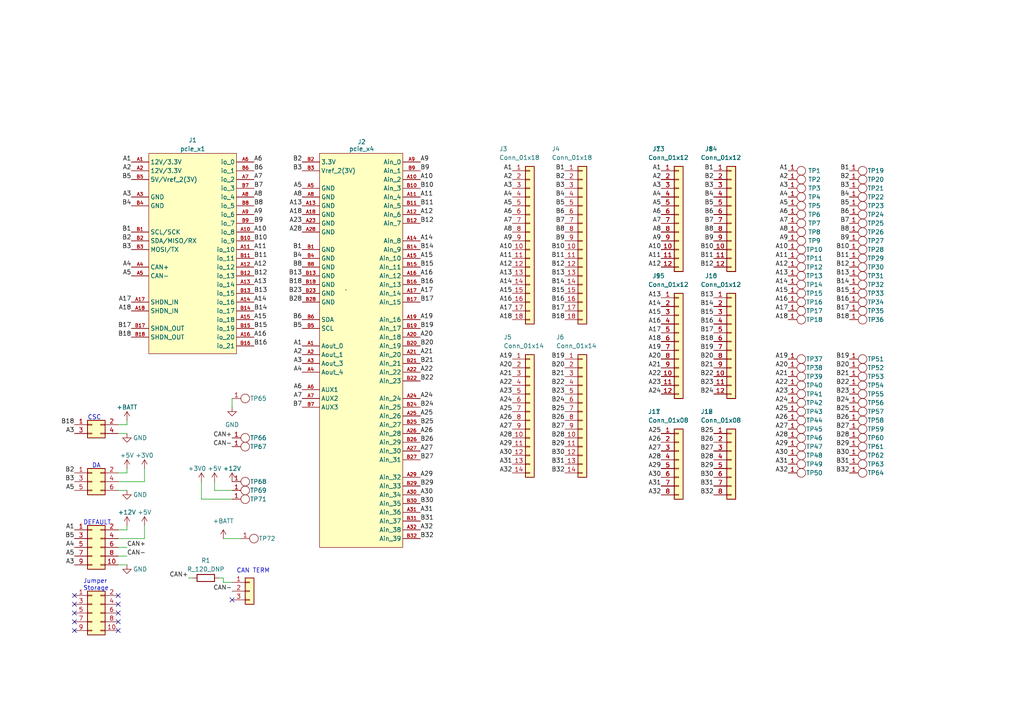
<source format=kicad_sch>
(kicad_sch (version 20230121) (generator eeschema)
  (paper "A4")
  (no_connect (at 21.59 180.34))
  (no_connect (at 21.59 182.88))
  (no_connect (at 34.29 175.26))
  (no_connect (at 34.29 177.8))
  (no_connect (at 21.59 175.26))
  (no_connect (at 21.59 177.8))
  (no_connect (at 34.29 182.88))
  (no_connect (at 67.31 173.99))
  (no_connect (at 34.29 172.72))
  (no_connect (at 34.29 180.34))
  (no_connect (at 21.59 172.72))
  (wire (pts (xy 36.83 158.75) (xy 34.29 158.75)))
  (wire (pts (xy 64.77 167.64) (xy 63.5 167.64)))
  (wire (pts (xy 36.83 153.67) (xy 36.83 152.4)))
  (wire (pts (xy 64.77 168.91) (xy 67.31 168.91)))
  (wire (pts (xy 41.91 156.21) (xy 41.91 152.4)))
  (wire (pts (xy 36.83 161.29) (xy 34.29 161.29)))
  (wire (pts (xy 34.29 139.7) (xy 41.91 139.7)))
  (wire (pts (xy 58.42 139.7) (xy 58.42 144.78)))
  (wire (pts (xy 41.91 139.7) (xy 41.91 135.89)))
  (wire (pts (xy 34.29 156.21) (xy 41.91 156.21)))
  (wire (pts (xy 55.88 167.64) (xy 54.61 167.64)))
  (wire (pts (xy 58.42 144.78) (xy 67.31 144.78)))
  (wire (pts (xy 34.29 163.83) (xy 36.83 163.83)))
  (wire (pts (xy 64.77 167.64) (xy 64.77 168.91)))
  (wire (pts (xy 34.29 123.19) (xy 36.83 123.19)))
  (wire (pts (xy 64.77 156.21) (xy 69.85 156.21)))
  (wire (pts (xy 36.83 123.19) (xy 36.83 121.92)))
  (wire (pts (xy 34.29 125.73) (xy 36.83 125.73)))
  (wire (pts (xy 36.83 137.16) (xy 36.83 135.89)))
  (wire (pts (xy 34.29 153.67) (xy 36.83 153.67)))
  (wire (pts (xy 34.29 142.24) (xy 36.83 142.24)))
  (wire (pts (xy 67.31 115.57) (xy 67.31 118.11)))
  (wire (pts (xy 62.23 142.24) (xy 67.31 142.24)))
  (wire (pts (xy 62.23 139.7) (xy 62.23 142.24)))
  (wire (pts (xy 34.29 137.16) (xy 36.83 137.16)))
  (text "CAN TERM" (at 68.58 166.37 0) (effects (font (size 1.27 1.27)) (justify left bottom)))
  (text "Jumper\nStorage" (at 24.13 171.45 0) (effects (font (size 1.27 1.27)) (justify left bottom)))
  (text "DEFAULT" (at 24.13 152.4 0) (effects (font (size 1.27 1.27)) (justify left bottom)))
  (text "CSC" (at 25.4 121.92 0) (effects (font (size 1.27 1.27)) (justify left bottom)))
  (text "DA" (at 26.67 135.89 0) (effects (font (size 1.27 1.27)) (justify left bottom)))
  (label "B3" (at 38.1 72.39 180))
  (label "A22" (at 228.6 111.76 180))
  (label "B6" (at 246.38 62.23 180))
  (label "A24" (at 191.77 114.3 180))
  (label "B27" (at 163.83 124.46 180))
  (label "A32" (at 191.77 143.51 180))
  (label "A25" (at 148.59 119.38 180))
  (label "A12" (at 73.66 77.47 0))
  (label "B10" (at 73.66 69.85 0))
  (label "A7" (at 73.66 52.07 0))
  (label "B21" (at 207.01 106.68 180))
  (label "A26" (at 148.59 121.92 180))
  (label "B7" (at 163.83 64.77 180))
  (label "B12" (at 246.38 77.47 180))
  (label "A13" (at 148.59 80.01 180))
  (label "B12" (at 121.92 64.77 0))
  (label "B30" (at 163.83 132.08 180))
  (label "B15" (at 73.66 95.25 0))
  (label "A11" (at 148.59 74.93 180))
  (label "A4" (at 228.6 57.15 180))
  (label "A13" (at 73.66 82.55 0))
  (label "CAN+" (at 54.61 167.64 180))
  (label "B5" (at 207.01 59.69 180))
  (label "A11" (at 228.6 74.93 180))
  (label "CAN-" (at 67.31 171.45 180))
  (label "B11" (at 163.83 74.93 180))
  (label "B6" (at 163.83 62.23 180))
  (label "A10" (at 121.92 52.07 0))
  (label "B13" (at 87.63 80.01 180))
  (label "CAN+" (at 36.83 158.75 0))
  (label "B32" (at 121.92 156.21 0))
  (label "A31" (at 148.59 134.62 180))
  (label "A22" (at 148.59 111.76 180))
  (label "B22" (at 121.92 110.49 0))
  (label "A16" (at 148.59 87.63 180))
  (label "A17" (at 38.1 87.63 180))
  (label "A4" (at 87.63 107.95 180))
  (label "B32" (at 207.01 143.51 180))
  (label "A7" (at 191.77 64.77 180))
  (label "B26" (at 207.01 128.27 180))
  (label "A11" (at 191.77 74.93 180))
  (label "B23" (at 207.01 111.76 180))
  (label "A3" (at 21.59 163.83 180))
  (label "A27" (at 228.6 124.46 180))
  (label "A7" (at 148.59 64.77 180))
  (label "A20" (at 121.92 97.79 0))
  (label "B16" (at 207.01 93.98 180))
  (label "B26" (at 121.92 128.27 0))
  (label "B12" (at 73.66 80.01 0))
  (label "A18" (at 148.59 92.71 180))
  (label "A1" (at 38.1 46.99 180))
  (label "B2" (at 87.63 46.99 180))
  (label "B7" (at 246.38 64.77 180))
  (label "A5" (at 148.59 59.69 180))
  (label "B18" (at 38.1 97.79 180))
  (label "B16" (at 163.83 87.63 180))
  (label "B29" (at 246.38 129.54 180))
  (label "A30" (at 148.59 132.08 180))
  (label "A23" (at 148.59 114.3 180))
  (label "A19" (at 121.92 92.71 0))
  (label "A3" (at 228.6 54.61 180))
  (label "B15" (at 207.01 91.44 180))
  (label "A9" (at 121.92 46.99 0))
  (label "B2" (at 21.59 137.16 180))
  (label "A11" (at 73.66 72.39 0))
  (label "A28" (at 148.59 127 180))
  (label "A25" (at 121.92 120.65 0))
  (label "A6" (at 87.63 113.03 180))
  (label "A24" (at 121.92 115.57 0))
  (label "B28" (at 246.38 127 180))
  (label "B20" (at 163.83 106.68 180))
  (label "B9" (at 73.66 64.77 0))
  (label "B1" (at 207.01 49.53 180))
  (label "B17" (at 207.01 96.52 180))
  (label "B1" (at 38.1 67.31 180))
  (label "A22" (at 121.92 107.95 0))
  (label "A7" (at 228.6 64.77 180))
  (label "A5" (at 38.1 80.01 180))
  (label "B12" (at 207.01 77.47 180))
  (label "A18" (at 191.77 99.06 180))
  (label "B10" (at 246.38 72.39 180))
  (label "B1" (at 246.38 49.53 180))
  (label "A8" (at 73.66 57.15 0))
  (label "B11" (at 121.92 59.69 0))
  (label "B14" (at 207.01 88.9 180))
  (label "A19" (at 148.59 104.14 180))
  (label "A26" (at 121.92 125.73 0))
  (label "B15" (at 121.92 77.47 0))
  (label "A9" (at 148.59 69.85 180))
  (label "B8" (at 73.66 59.69 0))
  (label "A13" (at 191.77 86.36 180))
  (label "A16" (at 191.77 93.98 180))
  (label "A2" (at 87.63 102.87 180))
  (label "A15" (at 73.66 92.71 0))
  (label "B25" (at 246.38 119.38 180))
  (label "B14" (at 121.92 72.39 0))
  (label "B17" (at 163.83 90.17 180))
  (label "B29" (at 163.83 129.54 180))
  (label "A22" (at 191.77 109.22 180))
  (label "B1" (at 163.83 49.53 180))
  (label "B4" (at 163.83 57.15 180))
  (label "A31" (at 228.6 134.62 180))
  (label "A23" (at 228.6 114.3 180))
  (label "A28" (at 87.63 67.31 180))
  (label "B3" (at 21.59 139.7 180))
  (label "A25" (at 191.77 125.73 180))
  (label "B4" (at 246.38 57.15 180))
  (label "B14" (at 73.66 90.17 0))
  (label "CAN-" (at 67.31 129.54 180))
  (label "A28" (at 191.77 133.35 180))
  (label "A26" (at 228.6 121.92 180))
  (label "B13" (at 163.83 80.01 180))
  (label "A17" (at 148.59 90.17 180))
  (label "B11" (at 246.38 74.93 180))
  (label "B7" (at 87.63 118.11 180))
  (label "A10" (at 148.59 72.39 180))
  (label "A15" (at 228.6 85.09 180))
  (label "A26" (at 191.77 128.27 180))
  (label "A32" (at 148.59 137.16 180))
  (label "B26" (at 246.38 121.92 180))
  (label "B5" (at 38.1 52.07 180))
  (label "A1" (at 228.6 49.53 180))
  (label "CAN-" (at 36.83 161.29 0))
  (label "A27" (at 121.92 130.81 0))
  (label "A14" (at 148.59 82.55 180))
  (label "A8" (at 87.63 57.15 180))
  (label "A23" (at 87.63 64.77 180))
  (label "B3" (at 246.38 54.61 180))
  (label "A25" (at 228.6 119.38 180))
  (label "B11" (at 73.66 74.93 0))
  (label "B29" (at 207.01 135.89 180))
  (label "A3" (at 87.63 105.41 180))
  (label "B27" (at 121.92 133.35 0))
  (label "A30" (at 121.92 143.51 0))
  (label "B6" (at 207.01 62.23 180))
  (label "A10" (at 228.6 72.39 180))
  (label "A12" (at 121.92 62.23 0))
  (label "A31" (at 121.92 148.59 0))
  (label "B13" (at 246.38 80.01 180))
  (label "B26" (at 163.83 121.92 180))
  (label "A24" (at 148.59 116.84 180))
  (label "B17" (at 38.1 95.25 180))
  (label "A4" (at 21.59 158.75 180))
  (label "B20" (at 207.01 104.14 180))
  (label "A28" (at 228.6 127 180))
  (label "B30" (at 121.92 146.05 0))
  (label "B4" (at 207.01 57.15 180))
  (label "A4" (at 38.1 77.47 180))
  (label "B7" (at 207.01 64.77 180))
  (label "B24" (at 207.01 114.3 180))
  (label "A24" (at 228.6 116.84 180))
  (label "B30" (at 246.38 132.08 180))
  (label "B13" (at 207.01 86.36 180))
  (label "A12" (at 228.6 77.47 180))
  (label "B10" (at 121.92 54.61 0))
  (label "A15" (at 148.59 85.09 180))
  (label "A14" (at 121.92 69.85 0))
  (label "A16" (at 121.92 80.01 0))
  (label "B25" (at 163.83 119.38 180))
  (label "A21" (at 228.6 109.22 180))
  (label "B23" (at 87.63 85.09 180))
  (label "A5" (at 21.59 142.24 180))
  (label "A18" (at 87.63 62.23 180))
  (label "B9" (at 121.92 49.53 0))
  (label "B27" (at 207.01 130.81 180))
  (label "A9" (at 228.6 69.85 180))
  (label "B31" (at 121.92 151.13 0))
  (label "A6" (at 73.66 46.99 0))
  (label "A11" (at 121.92 57.15 0))
  (label "B27" (at 246.38 124.46 180))
  (label "B19" (at 121.92 95.25 0))
  (label "B30" (at 207.01 138.43 180))
  (label "B28" (at 163.83 127 180))
  (label "B32" (at 246.38 137.16 180))
  (label "B31" (at 246.38 134.62 180))
  (label "A17" (at 191.77 96.52 180))
  (label "B20" (at 246.38 106.68 180))
  (label "B10" (at 207.01 72.39 180))
  (label "B22" (at 246.38 111.76 180))
  (label "A9" (at 191.77 69.85 180))
  (label "B9" (at 207.01 69.85 180))
  (label "A6" (at 191.77 62.23 180))
  (label "B17" (at 121.92 87.63 0))
  (label "B24" (at 121.92 118.11 0))
  (label "B6" (at 87.63 92.71 180))
  (label "A15" (at 121.92 74.93 0))
  (label "A20" (at 228.6 106.68 180))
  (label "A8" (at 148.59 67.31 180))
  (label "B29" (at 121.92 140.97 0))
  (label "B18" (at 87.63 82.55 180))
  (label "B8" (at 163.83 67.31 180))
  (label "A2" (at 148.59 52.07 180))
  (label "A1" (at 21.59 153.67 180))
  (label "B3" (at 87.63 49.53 180))
  (label "B12" (at 163.83 77.47 180))
  (label "A8" (at 228.6 67.31 180))
  (label "B3" (at 207.01 54.61 180))
  (label "A1" (at 148.59 49.53 180))
  (label "B18" (at 207.01 99.06 180))
  (label "A7" (at 87.63 115.57 180))
  (label "A5" (at 21.59 161.29 180))
  (label "A16" (at 73.66 97.79 0))
  (label "A27" (at 148.59 124.46 180))
  (label "A10" (at 191.77 72.39 180))
  (label "B21" (at 246.38 109.22 180))
  (label "B16" (at 246.38 87.63 180))
  (label "A2" (at 228.6 52.07 180))
  (label "B4" (at 87.63 74.93 180))
  (label "B5" (at 21.59 156.21 180))
  (label "A10" (at 73.66 67.31 0))
  (label "A2" (at 191.77 52.07 180))
  (label "B16" (at 73.66 100.33 0))
  (label "B22" (at 163.83 111.76 180))
  (label "CAN+" (at 67.31 127 180))
  (label "B23" (at 246.38 114.3 180))
  (label "A1" (at 87.63 100.33 180))
  (label "A17" (at 228.6 90.17 180))
  (label "B5" (at 87.63 95.25 180))
  (label "A23" (at 191.77 111.76 180))
  (label "B16" (at 121.92 82.55 0))
  (label "A14" (at 228.6 82.55 180))
  (label "A19" (at 228.6 104.14 180))
  (label "B15" (at 163.83 85.09 180))
  (label "A3" (at 148.59 54.61 180))
  (label "A16" (at 228.6 87.63 180))
  (label "B28" (at 87.63 87.63 180))
  (label "B18" (at 246.38 92.71 180))
  (label "A18" (at 228.6 92.71 180))
  (label "A12" (at 148.59 77.47 180))
  (label "A14" (at 73.66 87.63 0))
  (label "B8" (at 246.38 67.31 180))
  (label "B10" (at 163.83 72.39 180))
  (label "B11" (at 207.01 74.93 180))
  (label "A8" (at 191.77 67.31 180))
  (label "A20" (at 191.77 104.14 180))
  (label "B2" (at 38.1 69.85 180))
  (label "B14" (at 246.38 82.55 180))
  (label "A6" (at 148.59 62.23 180))
  (label "A17" (at 121.92 85.09 0))
  (label "B7" (at 73.66 54.61 0))
  (label "B31" (at 163.83 134.62 180))
  (label "B21" (at 163.83 109.22 180))
  (label "B24" (at 163.83 116.84 180))
  (label "B8" (at 207.01 67.31 180))
  (label "B18" (at 163.83 92.71 180))
  (label "A5" (at 191.77 59.69 180))
  (label "B15" (at 246.38 85.09 180))
  (label "A6" (at 228.6 62.23 180))
  (label "B2" (at 163.83 52.07 180))
  (label "B17" (at 246.38 90.17 180))
  (label "A29" (at 121.92 138.43 0))
  (label "A14" (at 191.77 88.9 180))
  (label "B5" (at 163.83 59.69 180))
  (label "B21" (at 121.92 105.41 0))
  (label "A1" (at 191.77 49.53 180))
  (label "B18" (at 21.59 123.19 180))
  (label "A21" (at 191.77 106.68 180))
  (label "A15" (at 191.77 91.44 180))
  (label "B1" (at 87.63 72.39 180))
  (label "B31" (at 207.01 140.97 180))
  (label "A29" (at 228.6 129.54 180))
  (label "A4" (at 191.77 57.15 180))
  (label "A3" (at 21.59 125.73 180))
  (label "B20" (at 121.92 100.33 0))
  (label "B13" (at 73.66 85.09 0))
  (label "B25" (at 121.92 123.19 0))
  (label "B2" (at 207.01 52.07 180))
  (label "B32" (at 163.83 137.16 180))
  (label "B5" (at 246.38 59.69 180))
  (label "A18" (at 38.1 90.17 180))
  (label "B8" (at 87.63 77.47 180))
  (label "A3" (at 38.1 57.15 180))
  (label "A31" (at 191.77 140.97 180))
  (label "B19" (at 207.01 101.6 180))
  (label "A21" (at 121.92 102.87 0))
  (label "A12" (at 191.77 77.47 180))
  (label "A21" (at 148.59 109.22 180))
  (label "A20" (at 148.59 106.68 180))
  (label "B9" (at 246.38 69.85 180))
  (label "A29" (at 191.77 135.89 180))
  (label "B19" (at 163.83 104.14 180))
  (label "A13" (at 87.63 59.69 180))
  (label "A32" (at 121.92 153.67 0))
  (label "B3" (at 163.83 54.61 180))
  (label "A9" (at 73.66 62.23 0))
  (label "B9" (at 163.83 69.85 180))
  (label "A4" (at 148.59 57.15 180))
  (label "B4" (at 38.1 59.69 180))
  (label "A30" (at 191.77 138.43 180))
  (label "A27" (at 191.77 130.81 180))
  (label "A30" (at 228.6 132.08 180))
  (label "B28" (at 207.01 133.35 180))
  (label "A3" (at 191.77 54.61 180))
  (label "B14" (at 163.83 82.55 180))
  (label "A29" (at 148.59 129.54 180))
  (label "B19" (at 246.38 104.14 180))
  (label "A2" (at 38.1 49.53 180))
  (label "A32" (at 228.6 137.16 180))
  (label "A5" (at 228.6 59.69 180))
  (label "B25" (at 207.01 125.73 180))
  (label "B24" (at 246.38 116.84 180))
  (label "B6" (at 73.66 49.53 0))
  (label "A19" (at 191.77 101.6 180))
  (label "A5" (at 87.63 54.61 180))
  (label "A13" (at 228.6 80.01 180))
  (label "B2" (at 246.38 52.07 180))
  (label "B23" (at 163.83 114.3 180))
  (label "B22" (at 207.01 109.22 180))
  (symbol (lib_id "formula:Test_Point_SMD") (at 68.58 142.24 270) (unit 1)
    (property "Reference" "TP69" (at 74.93 142.24 90))
    (property "Value" "Test_Point_SMD" (effects hide))
    (property "Footprint" "footprints:Test_Point_SMD" (effects hide))
  )
  (symbol (lib_id "formula:Test_Point_SMD") (at 229.87 137.16 270) (unit 1)
    (property "Reference" "TP50" (at 236.22 137.16 90))
    (property "Value" "Test_Point_SMD" (effects hide))
    (property "Footprint" "footprints:Test_Point_SMD" (effects hide))
  )
  (symbol (lib_id "formula:Test_Point_SMD") (at 247.65 114.3 270) (unit 1)
    (property "Reference" "TP55" (at 254 114.3 90))
    (property "Value" "Test_Point_SMD" (effects hide))
    (property "Footprint" "footprints:Test_Point_SMD" (effects hide))
  )
  (symbol (lib_id "formula:Test_Point_SMD") (at 68.58 144.78 270) (unit 1)
    (property "Reference" "TP71" (at 74.93 144.78 90))
    (property "Value" "Test_Point_SMD" (effects hide))
    (property "Footprint" "footprints:Test_Point_SMD" (effects hide))
  )
  (symbol (lib_id "power:+3V0") (at 58.42 139.7 0) (unit 1)
    (property "Reference" "#PWR?" (effects hide))
    (property "Value" "+3V0" (at 57.15 135.89 0))
  )
  (symbol (lib_id "Connector_Generic:Conn_01x12") (at 196.85 99.06 0) (unit 1)
    (property "Reference" "J15" (at 189.23 80.01 0) (effects (justify left)))
    (property "Value" "Conn_01x12" (at 187.96 82.55 0) (effects (justify left)))
    (property "Footprint" "Connector_PinSocket_2.54mm:PinSocket_1x12_P2.54mm_Vertical" (effects hide))
  )
  (symbol (lib_id "formula:Test_Point_SMD") (at 229.87 69.85 270) (unit 1)
    (property "Reference" "TP9" (at 236.22 69.85 90))
    (property "Value" "Test_Point_SMD" (effects hide))
    (property "Footprint" "footprints:Test_Point_SMD" (effects hide))
  )
  (symbol (lib_id "formula:Test_Point_SMD") (at 247.65 52.07 270) (unit 1)
    (property "Reference" "TP20" (at 254 52.07 90))
    (property "Value" "Test_Point_SMD" (effects hide))
    (property "Footprint" "footprints:Test_Point_SMD" (effects hide))
  )
  (symbol (lib_id "formula:Test_Point_SMD") (at 229.87 116.84 270) (unit 1)
    (property "Reference" "TP42" (at 236.22 116.84 90))
    (property "Value" "Test_Point_SMD" (effects hide))
    (property "Footprint" "footprints:Test_Point_SMD" (effects hide))
  )
  (symbol (lib_id "formula:Test_Point_SMD") (at 229.87 114.3 270) (unit 1)
    (property "Reference" "TP41" (at 236.22 114.3 90))
    (property "Value" "Test_Point_SMD" (effects hide))
    (property "Footprint" "footprints:Test_Point_SMD" (effects hide))
  )
  (symbol (lib_id "formula:Test_Point_SMD") (at 229.87 90.17 270) (unit 1)
    (property "Reference" "TP17" (at 236.22 90.17 90))
    (property "Value" "Test_Point_SMD" (effects hide))
    (property "Footprint" "footprints:Test_Point_SMD" (effects hide))
  )
  (symbol (lib_id "Connector_Generic:Conn_01x12") (at 212.09 62.23 0) (unit 1)
    (property "Reference" "J8" (at 204.47 43.18 0) (effects (justify left)))
    (property "Value" "Conn_01x12" (at 203.2 45.72 0) (effects (justify left)))
    (property "Footprint" "Connector_PinSocket_2.54mm:PinSocket_1x12_P2.54mm_Vertical" (effects hide))
  )
  (symbol (lib_id "formula:Test_Point_SMD") (at 229.87 67.31 270) (unit 1)
    (property "Reference" "TP8" (at 236.22 67.31 90))
    (property "Value" "Test_Point_SMD" (effects hide))
    (property "Footprint" "footprints:Test_Point_SMD" (effects hide))
  )
  (symbol (lib_id "power:GND") (at 36.83 163.83 0) (unit 1)
    (property "Reference" "#PWR?" (effects hide))
    (property "Value" "GND" (at 40.64 165.1 0))
  )
  (symbol (lib_id "Connector_Generic:Conn_01x14") (at 153.67 119.38 0) (unit 1)
    (property "Reference" "J5" (at 146.05 97.79 0) (effects (justify left)))
    (property "Value" "Conn_01x14" (at 146.05 100.33 0) (effects (justify left)))
    (property "Footprint" "Connector_PinSocket_2.54mm:PinSocket_1x14_P2.54mm_Vertical" (effects hide))
  )
  (symbol (lib_id "Connector_Generic:Conn_01x08") (at 196.85 133.35 0) (unit 1)
    (property "Reference" "J11" (at 187.96 119.38 0) (effects (justify left)))
    (property "Value" "Conn_01x08" (at 187.96 121.92 0) (effects (justify left)))
    (property "Footprint" "Connector_PinHeader_2.54mm:PinHeader_1x08_P2.54mm_Vertical" (effects hide))
  )
  (symbol (lib_id "formula:Test_Point_SMD") (at 247.65 69.85 270) (unit 1)
    (property "Reference" "TP27" (at 254 69.85 90))
    (property "Value" "Test_Point_SMD" (effects hide))
    (property "Footprint" "footprints:Test_Point_SMD" (effects hide))
  )
  (symbol (lib_id "formula:Test_Point_SMD") (at 229.87 129.54 270) (unit 1)
    (property "Reference" "TP47" (at 236.22 129.54 90))
    (property "Value" "Test_Point_SMD" (effects hide))
    (property "Footprint" "footprints:Test_Point_SMD" (effects hide))
  )
  (symbol (lib_id "formula:Test_Point_SMD") (at 229.87 121.92 270) (unit 1)
    (property "Reference" "TP44" (at 236.22 121.92 90))
    (property "Value" "Test_Point_SMD" (effects hide))
    (property "Footprint" "footprints:Test_Point_SMD" (effects hide))
  )
  (symbol (lib_id "Connector_Generic:Conn_01x12") (at 212.09 62.23 0) (unit 1)
    (property "Reference" "J14" (at 204.47 43.18 0) (effects (justify left)))
    (property "Value" "Conn_01x12" (at 203.2 45.72 0) (effects (justify left)))
    (property "Footprint" "Connector_PinSocket_2.54mm:PinSocket_1x12_P2.54mm_Vertical" (effects hide))
  )
  (symbol (lib_id "formula:Test_Point_SMD") (at 229.87 119.38 270) (unit 1)
    (property "Reference" "TP43" (at 236.22 119.38 90))
    (property "Value" "Test_Point_SMD" (effects hide))
    (property "Footprint" "footprints:Test_Point_SMD" (effects hide))
  )
  (symbol (lib_id "formula:Test_Point_SMD") (at 247.65 59.69 270) (unit 1)
    (property "Reference" "TP23" (at 254 59.69 90))
    (property "Value" "Test_Point_SMD" (effects hide))
    (property "Footprint" "footprints:Test_Point_SMD" (effects hide))
  )
  (symbol (lib_id "power:+3V0") (at 41.91 135.89 0) (unit 1)
    (property "Reference" "#PWR?" (effects hide))
    (property "Value" "+3V0" (at 41.91 132.08 0))
  )
  (symbol (lib_id "formula:Test_Point_SMD") (at 68.58 139.7 270) (unit 1)
    (property "Reference" "TP68" (at 74.93 139.7 90))
    (property "Value" "Test_Point_SMD" (effects hide))
    (property "Footprint" "footprints:Test_Point_SMD" (effects hide))
  )
  (symbol (lib_id "Connector_Generic:Conn_01x12") (at 196.85 62.23 0) (unit 1)
    (property "Reference" "J13" (at 189.23 43.18 0) (effects (justify left)))
    (property "Value" "Conn_01x12" (at 187.96 45.72 0) (effects (justify left)))
    (property "Footprint" "Connector_PinSocket_2.54mm:PinSocket_1x12_P2.54mm_Vertical" (effects hide))
  )
  (symbol (lib_id "formula:Test_Point_SMD") (at 247.65 87.63 270) (unit 1)
    (property "Reference" "TP34" (at 254 87.63 90))
    (property "Value" "Test_Point_SMD" (effects hide))
    (property "Footprint" "footprints:Test_Point_SMD" (effects hide))
  )
  (symbol (lib_id "Connector_Generic:Conn_01x14") (at 168.91 119.38 0) (unit 1)
    (property "Reference" "J6" (at 161.29 97.79 0) (effects (justify left)))
    (property "Value" "Conn_01x14" (at 161.29 100.33 0) (effects (justify left)))
    (property "Footprint" "Connector_PinSocket_2.54mm:PinSocket_1x14_P2.54mm_Vertical" (effects hide))
  )
  (symbol (lib_id "formula:Test_Point_SMD") (at 247.65 54.61 270) (unit 1)
    (property "Reference" "TP21" (at 254 54.61 90))
    (property "Value" "Test_Point_SMD" (effects hide))
    (property "Footprint" "footprints:Test_Point_SMD" (effects hide))
  )
  (symbol (lib_id "formula:Test_Point_SMD") (at 247.65 109.22 270) (unit 1)
    (property "Reference" "TP53" (at 254 109.22 90))
    (property "Value" "Test_Point_SMD" (effects hide))
    (property "Footprint" "footprints:Test_Point_SMD" (effects hide))
  )
  (symbol (lib_id "formula:Test_Point_SMD") (at 229.87 87.63 270) (unit 1)
    (property "Reference" "TP16" (at 236.22 87.63 90))
    (property "Value" "Test_Point_SMD" (effects hide))
    (property "Footprint" "footprints:Test_Point_SMD" (effects hide))
  )
  (symbol (lib_id "formula:Test_Point_SMD") (at 247.65 72.39 270) (unit 1)
    (property "Reference" "TP28" (at 254 72.39 90))
    (property "Value" "Test_Point_SMD" (effects hide))
    (property "Footprint" "footprints:Test_Point_SMD" (effects hide))
  )
  (symbol (lib_id "formula:Test_Point_SMD") (at 229.87 59.69 270) (unit 1)
    (property "Reference" "TP5" (at 236.22 59.69 90))
    (property "Value" "Test_Point_SMD" (effects hide))
    (property "Footprint" "footprints:Test_Point_SMD" (effects hide))
  )
  (symbol (lib_id "Connector_Generic:Conn_02x02_Odd_Even") (at 26.67 123.19 0) (unit 1)
    (property "Reference" "J19" (effects hide))
    (property "Value" "Conn_02x02_Odd_Even" (effects hide))
    (property "Footprint" "Connector_PinHeader_2.54mm:PinHeader_2x02_P2.54mm_Vertical" (effects hide))
  )
  (symbol (lib_id "formula:Test_Point_SMD") (at 247.65 116.84 270) (unit 1)
    (property "Reference" "TP56" (at 254 116.84 90))
    (property "Value" "Test_Point_SMD" (effects hide))
    (property "Footprint" "footprints:Test_Point_SMD" (effects hide))
  )
  (symbol (lib_id "formula:Test_Point_SMD") (at 229.87 134.62 270) (unit 1)
    (property "Reference" "TP49" (at 236.22 134.62 90))
    (property "Value" "Test_Point_SMD" (effects hide))
    (property "Footprint" "footprints:Test_Point_SMD" (effects hide))
  )
  (symbol (lib_id "formula:Test_Point_SMD") (at 247.65 92.71 270) (unit 1)
    (property "Reference" "TP36" (at 254 92.71 90))
    (property "Value" "Test_Point_SMD" (effects hide))
    (property "Footprint" "footprints:Test_Point_SMD" (effects hide))
  )
  (symbol (lib_id "formula:Test_Point_SMD") (at 247.65 119.38 270) (unit 1)
    (property "Reference" "TP57" (at 254 119.38 90))
    (property "Value" "Test_Point_SMD" (effects hide))
    (property "Footprint" "footprints:Test_Point_SMD" (effects hide))
  )
  (symbol (lib_id "formula:Test_Point_SMD") (at 229.87 132.08 270) (unit 1)
    (property "Reference" "TP48" (at 236.22 132.08 90))
    (property "Value" "Test_Point_SMD" (effects hide))
    (property "Footprint" "footprints:Test_Point_SMD" (effects hide))
  )
  (symbol (lib_id "power:+5V") (at 36.83 135.89 0) (unit 1)
    (property "Reference" "#PWR?" (effects hide))
    (property "Value" "+5V" (at 36.83 132.08 0))
  )
  (symbol (lib_id "OEM:pcie_x4") (at 105.41 91.44 0) (unit 1)
    (property "Reference" "J2" (at 104.902 41.148 0))
    (property "Value" "pcie_x4" (at 104.902 43.18 0))
    (property "Footprint" "OEM:te_pcie_x4_connector" (effects hide))
    (property "Datasheet" "https://www.te.com/en/product-2-1761465-2.datasheet.pdf" (effects hide))
  )
  (symbol (lib_id "Connector_Generic:Conn_02x05_Odd_Even") (at 26.67 177.8 0) (unit 1)
    (property "Reference" "J22" (effects hide))
    (property "Value" "Conn_02x05_Odd_Even" (effects hide))
    (property "Footprint" "Connector_PinHeader_2.54mm:PinHeader_2x05_P2.54mm_Vertical" (effects hide))
  )
  (symbol (lib_id "formula:Test_Point_SMD") (at 247.65 85.09 270) (unit 1)
    (property "Reference" "TP33" (at 254 85.09 90))
    (property "Value" "Test_Point_SMD" (effects hide))
    (property "Footprint" "footprints:Test_Point_SMD" (effects hide))
  )
  (symbol (lib_id "formula:Test_Point_SMD") (at 247.65 132.08 270) (unit 1)
    (property "Reference" "TP62" (at 254 132.08 90))
    (property "Value" "Test_Point_SMD" (effects hide))
    (property "Footprint" "footprints:Test_Point_SMD" (effects hide))
  )
  (symbol (lib_id "formula:Test_Point_SMD") (at 247.65 106.68 270) (unit 1)
    (property "Reference" "TP52" (at 254 106.68 90))
    (property "Value" "Test_Point_SMD" (effects hide))
    (property "Footprint" "footprints:Test_Point_SMD" (effects hide))
  )
  (symbol (lib_id "power:+5V") (at 62.23 139.7 0) (unit 1)
    (property "Reference" "#PWR?" (effects hide))
    (property "Value" "+5V" (at 62.23 135.89 0))
  )
  (symbol (lib_id "Connector_Generic:Conn_01x12") (at 196.85 99.06 0) (unit 1)
    (property "Reference" "J9" (at 189.23 80.01 0) (effects (justify left)))
    (property "Value" "Conn_01x12" (at 187.96 82.55 0) (effects (justify left)))
    (property "Footprint" "Connector_PinSocket_2.54mm:PinSocket_1x12_P2.54mm_Vertical" (effects hide))
  )
  (symbol (lib_id "Connector_Generic:Conn_02x05_Odd_Even") (at 26.67 158.75 0) (unit 1)
    (property "Reference" "J23" (effects hide))
    (property "Value" "Conn_02x05_Odd_Even" (effects hide))
    (property "Footprint" "Connector_PinHeader_2.54mm:PinHeader_2x05_P2.54mm_Vertical" (effects hide))
  )
  (symbol (lib_id "formula:Test_Point_SMD") (at 247.65 129.54 270) (unit 1)
    (property "Reference" "TP61" (at 254 129.54 90))
    (property "Value" "Test_Point_SMD" (effects hide))
    (property "Footprint" "footprints:Test_Point_SMD" (effects hide))
  )
  (symbol (lib_id "power:+BATT") (at 64.77 156.21 0) (unit 1)
    (property "Reference" "#PWR?" (effects hide))
    (property "Value" "+BATT" (at 64.77 151.13 0))
  )
  (symbol (lib_id "formula:Test_Point_SMD") (at 229.87 74.93 270) (unit 1)
    (property "Reference" "TP11" (at 236.22 74.93 90))
    (property "Value" "Test_Point_SMD" (effects hide))
    (property "Footprint" "footprints:Test_Point_SMD" (effects hide))
  )
  (symbol (lib_id "power:+BATT") (at 36.83 121.92 0) (unit 1)
    (property "Reference" "#PWR?" (effects hide))
    (property "Value" "+BATT" (at 36.83 118.11 0))
  )
  (symbol (lib_id "formula:Test_Point_SMD") (at 229.87 80.01 270) (unit 1)
    (property "Reference" "TP13" (at 236.22 80.01 90))
    (property "Value" "Test_Point_SMD" (effects hide))
    (property "Footprint" "footprints:Test_Point_SMD" (effects hide))
  )
  (symbol (lib_id "formula:Test_Point_SMD") (at 229.87 77.47 270) (unit 1)
    (property "Reference" "TP12" (at 236.22 77.47 90))
    (property "Value" "Test_Point_SMD" (effects hide))
    (property "Footprint" "footprints:Test_Point_SMD" (effects hide))
  )
  (symbol (lib_id "formula:Test_Point_SMD") (at 247.65 62.23 270) (unit 1)
    (property "Reference" "TP24" (at 254 62.23 90))
    (property "Value" "Test_Point_SMD" (effects hide))
    (property "Footprint" "footprints:Test_Point_SMD" (effects hide))
  )
  (symbol (lib_id "formula:Test_Point_SMD") (at 247.65 137.16 270) (unit 1)
    (property "Reference" "TP64" (at 254 137.16 90))
    (property "Value" "Test_Point_SMD" (effects hide))
    (property "Footprint" "footprints:Test_Point_SMD" (effects hide))
  )
  (symbol (lib_id "formula:Test_Point_SMD") (at 247.65 49.53 270) (unit 1)
    (property "Reference" "TP19" (at 254 49.53 90))
    (property "Value" "Test_Point_SMD" (effects hide))
    (property "Footprint" "footprints:Test_Point_SMD" (effects hide))
  )
  (symbol (lib_id "Connector_Generic:Conn_02x03_Odd_Even") (at 26.67 139.7 0) (unit 1)
    (property "Reference" "J20" (effects hide))
    (property "Value" "Conn_02x03_Odd_Even" (effects hide))
    (property "Footprint" "Connector_PinHeader_2.54mm:PinHeader_2x03_P2.54mm_Vertical" (effects hide))
  )
  (symbol (lib_id "power:+5V") (at 41.91 152.4 0) (unit 1)
    (property "Reference" "#PWR?" (effects hide))
    (property "Value" "+5V" (at 41.91 148.59 0))
  )
  (symbol (lib_id "formula:Test_Point_SMD") (at 229.87 54.61 270) (unit 1)
    (property "Reference" "TP3" (at 236.22 54.61 90))
    (property "Value" "Test_Point_SMD" (effects hide))
    (property "Footprint" "footprints:Test_Point_SMD" (effects hide))
  )
  (symbol (lib_id "formula:Test_Point_SMD") (at 247.65 67.31 270) (unit 1)
    (property "Reference" "TP26" (at 254 67.31 90))
    (property "Value" "Test_Point_SMD" (effects hide))
    (property "Footprint" "footprints:Test_Point_SMD" (effects hide))
  )
  (symbol (lib_id "formula:Test_Point_SMD") (at 247.65 80.01 270) (unit 1)
    (property "Reference" "TP31" (at 254 80.01 90))
    (property "Value" "Test_Point_SMD" (effects hide))
    (property "Footprint" "footprints:Test_Point_SMD" (effects hide))
  )
  (symbol (lib_id "formula:Test_Point_SMD") (at 229.87 52.07 270) (unit 1)
    (property "Reference" "TP2" (at 236.22 52.07 90))
    (property "Value" "Test_Point_SMD" (effects hide))
    (property "Footprint" "footprints:Test_Point_SMD" (effects hide))
  )
  (symbol (lib_id "Connector_Generic:Conn_01x18") (at 168.91 69.85 0) (unit 1)
    (property "Reference" "J4" (at 160.02 43.18 0) (effects (justify left)))
    (property "Value" "Conn_01x18" (at 160.02 45.72 0) (effects (justify left)))
    (property "Footprint" "Connector_PinSocket_2.54mm:PinSocket_1x18_P2.54mm_Vertical" (effects hide))
  )
  (symbol (lib_id "formula:Test_Point_SMD") (at 229.87 109.22 270) (unit 1)
    (property "Reference" "TP39" (at 236.22 109.22 90))
    (property "Value" "Test_Point_SMD" (effects hide))
    (property "Footprint" "footprints:Test_Point_SMD" (effects hide))
  )
  (symbol (lib_id "power:GND") (at 36.83 125.73 0) (unit 1)
    (property "Reference" "#PWR?" (effects hide))
    (property "Value" "GND" (at 40.64 127 0))
  )
  (symbol (lib_id "formula:Test_Point_SMD") (at 247.65 104.14 270) (unit 1)
    (property "Reference" "TP51" (at 254 104.14 90))
    (property "Value" "Test_Point_SMD" (effects hide))
    (property "Footprint" "footprints:Test_Point_SMD" (effects hide))
  )
  (symbol (lib_id "formula:Test_Point_SMD") (at 71.12 156.21 270) (unit 1)
    (property "Reference" "TP72" (at 77.47 156.21 90))
    (property "Value" "Test_Point_SMD" (effects hide))
    (property "Footprint" "footprints:Test_Point_SMD" (effects hide))
  )
  (symbol (lib_id "formula:Test_Point_SMD") (at 247.65 127 270) (unit 1)
    (property "Reference" "TP60" (at 254 127 90))
    (property "Value" "Test_Point_SMD" (effects hide))
    (property "Footprint" "footprints:Test_Point_SMD" (effects hide))
  )
  (symbol (lib_id "formula:Test_Point_SMD") (at 247.65 82.55 270) (unit 1)
    (property "Reference" "TP32" (at 254 82.55 90))
    (property "Value" "Test_Point_SMD" (effects hide))
    (property "Footprint" "footprints:Test_Point_SMD" (effects hide))
  )
  (symbol (lib_id "Connector_Generic:Conn_01x12") (at 212.09 99.06 0) (unit 1)
    (property "Reference" "J16" (at 204.47 80.01 0) (effects (justify left)))
    (property "Value" "Conn_01x12" (at 203.2 82.55 0) (effects (justify left)))
    (property "Footprint" "Connector_PinSocket_2.54mm:PinSocket_1x12_P2.54mm_Vertical" (effects hide))
  )
  (symbol (lib_id "formula:Test_Point_SMD") (at 229.87 104.14 270) (unit 1)
    (property "Reference" "TP37" (at 236.22 104.14 90))
    (property "Value" "Test_Point_SMD" (effects hide))
    (property "Footprint" "footprints:Test_Point_SMD" (effects hide))
  )
  (symbol (lib_id "formula:Test_Point_SMD") (at 229.87 92.71 270) (unit 1)
    (property "Reference" "TP18" (at 236.22 92.71 90))
    (property "Value" "Test_Point_SMD" (effects hide))
    (property "Footprint" "footprints:Test_Point_SMD" (effects hide))
  )
  (symbol (lib_id "formula:Test_Point_SMD") (at 247.65 57.15 270) (unit 1)
    (property "Reference" "TP22" (at 254 57.15 90))
    (property "Value" "Test_Point_SMD" (effects hide))
    (property "Footprint" "footprints:Test_Point_SMD" (effects hide))
  )
  (symbol (lib_id "OEM:pcie_x1") (at 55.88 71.12 0) (unit 1)
    (property "Reference" "J1" (at 55.88 40.64 0))
    (property "Value" "pcie_x1" (at 55.88 43.18 0))
    (property "Footprint" "OEM:te_pcie_x1_connector" (effects hide))
    (property "Datasheet" "https://www.te.com/commerce/DocumentDelivery/DDEController?Action=showdoc&DocId=Data+Sheet%7F4-1773442-7%7F0308%7Fpdf%7FEnglish%7FENG_DS_4-1773442-7_0308.pdf%7F2-1761465-1" (effects hide))
  )
  (symbol (lib_id "Connector_Generic:Conn_01x18") (at 153.67 69.85 0) (unit 1)
    (property "Reference" "J3" (at 144.78 43.18 0) (effects (justify left)))
    (property "Value" "Conn_01x18" (at 144.78 45.72 0) (effects (justify left)))
    (property "Footprint" "Connector_PinSocket_2.54mm:PinSocket_1x18_P2.54mm_Vertical" (effects hide))
  )
  (symbol (lib_id "formula:Test_Point_SMD") (at 247.65 111.76 270) (unit 1)
    (property "Reference" "TP54" (at 254 111.76 90))
    (property "Value" "Test_Point_SMD" (effects hide))
    (property "Footprint" "footprints:Test_Point_SMD" (effects hide))
  )
  (symbol (lib_id "formula:Test_Point_SMD") (at 247.65 134.62 270) (unit 1)
    (property "Reference" "TP63" (at 254 134.62 90))
    (property "Value" "Test_Point_SMD" (effects hide))
    (property "Footprint" "footprints:Test_Point_SMD" (effects hide))
  )
  (symbol (lib_id "formula:Test_Point_SMD") (at 247.65 64.77 270) (unit 1)
    (property "Reference" "TP25" (at 254 64.77 90))
    (property "Value" "Test_Point_SMD" (effects hide))
    (property "Footprint" "footprints:Test_Point_SMD" (effects hide))
  )
  (symbol (lib_id "formula:R_120_DNP") (at 59.69 167.64 90) (unit 1)
    (property "Reference" "R1" (at 59.69 162.56 90))
    (property "Value" "R_120_DNP" (at 59.69 165.1 90))
    (property "Footprint" "OEM:R_0603" (effects hide))
    (property "Datasheet" "https://www.mouser.com/datasheet/2/315/AOA0000C304-1149620.pdf" (effects hide))
    (property "MFN" "DK" (effects hide))
    (property "MPN" "667-ERJ-6ENF1200V" (effects hide))
    (property "PurchasingLink" "https://www.mouser.com/ProductDetail/Panasonic-Industrial-Devices/ERJ-6ENF1200V?qs=sGAEpiMZZMvdGkrng054t8AJgcdMkx7x%252bFQnctTMUmU%3d" (effects hide))
  )
  (symbol (lib_id "formula:Test_Point_SMD") (at 229.87 124.46 270) (unit 1)
    (property "Reference" "TP45" (at 236.22 124.46 90))
    (property "Value" "Test_Point_SMD" (effects hide))
    (property "Footprint" "footprints:Test_Point_SMD" (effects hide))
  )
  (symbol (lib_id "Connector_Generic:Conn_01x12") (at 196.85 62.23 0) (unit 1)
    (property "Reference" "J7" (at 189.23 43.18 0) (effects (justify left)))
    (property "Value" "Conn_01x12" (at 187.96 45.72 0) (effects (justify left)))
    (property "Footprint" "Connector_PinSocket_2.54mm:PinSocket_1x12_P2.54mm_Vertical" (effects hide))
  )
  (symbol (lib_id "power:GND") (at 67.31 118.11 0) (unit 1)
    (property "Reference" "#PWR?" (effects hide))
    (property "Value" "GND" (at 67.31 123.19 0))
  )
  (symbol (lib_id "Connector_Generic:Conn_01x08") (at 196.85 133.35 0) (unit 1)
    (property "Reference" "J17" (at 187.96 119.38 0) (effects (justify left)))
    (property "Value" "Conn_01x08" (at 187.96 121.92 0) (effects (justify left)))
    (property "Footprint" "Connector_PinHeader_2.54mm:PinHeader_1x08_P2.54mm_Vertical" (effects hide))
  )
  (symbol (lib_id "Connector_Generic:Conn_01x03") (at 72.39 171.45 0) (unit 1)
    (property "Reference" "J21" (effects hide))
    (property "Value" "Conn_01x03" (effects hide))
    (property "Footprint" "Connector_PinHeader_2.54mm:PinHeader_1x03_P2.54mm_Vertical" (effects hide))
  )
  (symbol (lib_id "formula:Test_Point_SMD") (at 229.87 127 270) (unit 1)
    (property "Reference" "TP46" (at 236.22 127 90))
    (property "Value" "Test_Point_SMD" (effects hide))
    (property "Footprint" "footprints:Test_Point_SMD" (effects hide))
  )
  (symbol (lib_id "formula:Test_Point_SMD") (at 229.87 72.39 270) (unit 1)
    (property "Reference" "TP10" (at 236.22 72.39 90))
    (property "Value" "Test_Point_SMD" (effects hide))
    (property "Footprint" "footprints:Test_Point_SMD" (effects hide))
  )
  (symbol (lib_id "formula:Test_Point_SMD") (at 247.65 74.93 270) (unit 1)
    (property "Reference" "TP29" (at 254 74.93 90))
    (property "Value" "Test_Point_SMD" (effects hide))
    (property "Footprint" "footprints:Test_Point_SMD" (effects hide))
  )
  (symbol (lib_id "power:GND") (at 36.83 142.24 0) (unit 1)
    (property "Reference" "#PWR?" (effects hide))
    (property "Value" "GND" (at 40.64 143.51 0))
  )
  (symbol (lib_id "formula:Test_Point_SMD") (at 229.87 106.68 270) (unit 1)
    (property "Reference" "TP38" (at 236.22 106.68 90))
    (property "Value" "Test_Point_SMD" (effects hide))
    (property "Footprint" "footprints:Test_Point_SMD" (effects hide))
  )
  (symbol (lib_id "formula:Test_Point_SMD") (at 229.87 62.23 270) (unit 1)
    (property "Reference" "TP6" (at 236.22 62.23 90))
    (property "Value" "Test_Point_SMD" (effects hide))
    (property "Footprint" "footprints:Test_Point_SMD" (effects hide))
  )
  (symbol (lib_id "formula:Test_Point_SMD") (at 247.65 77.47 270) (unit 1)
    (property "Reference" "TP30" (at 254 77.47 90))
    (property "Value" "Test_Point_SMD" (effects hide))
    (property "Footprint" "footprints:Test_Point_SMD" (effects hide))
  )
  (symbol (lib_id "formula:Test_Point_SMD") (at 68.58 115.57 270) (unit 1)
    (property "Reference" "TP65" (at 74.93 115.57 90))
    (property "Value" "Test_Point_SMD" (effects hide))
    (property "Footprint" "footprints:Test_Point_SMD" (effects hide))
  )
  (symbol (lib_id "Connector_Generic:Conn_01x08") (at 212.09 133.35 0) (unit 1)
    (property "Reference" "J12" (at 203.2 119.38 0) (effects (justify left)))
    (property "Value" "Conn_01x08" (at 203.2 121.92 0) (effects (justify left)))
    (property "Footprint" "Connector_PinHeader_2.54mm:PinHeader_1x08_P2.54mm_Vertical" (effects hide))
  )
  (symbol (lib_id "formula:Test_Point_SMD") (at 229.87 57.15 270) (unit 1)
    (property "Reference" "TP4" (at 236.22 57.15 90))
    (property "Value" "Test_Point_SMD" (effects hide))
    (property "Footprint" "footprints:Test_Point_SMD" (effects hide))
  )
  (symbol (lib_id "Connector_Generic:Conn_01x08") (at 212.09 133.35 0) (unit 1)
    (property "Reference" "J18" (at 203.2 119.38 0) (effects (justify left)))
    (property "Value" "Conn_01x08" (at 203.2 121.92 0) (effects (justify left)))
    (property "Footprint" "Connector_PinHeader_2.54mm:PinHeader_1x08_P2.54mm_Vertical" (effects hide))
  )
  (symbol (lib_id "formula:Test_Point_SMD") (at 247.65 121.92 270) (unit 1)
    (property "Reference" "TP58" (at 254 121.92 90))
    (property "Value" "Test_Point_SMD" (effects hide))
    (property "Footprint" "footprints:Test_Point_SMD" (effects hide))
  )
  (symbol (lib_id "formula:Test_Point_SMD") (at 229.87 49.53 270) (unit 1)
    (property "Reference" "TP1" (at 236.22 49.53 90))
    (property "Value" "Test_Point_SMD" (effects hide))
    (property "Footprint" "footprints:Test_Point_SMD" (effects hide))
  )
  (symbol (lib_id "power:+12V") (at 67.31 139.7 0) (unit 1)
    (property "Reference" "#PWR?" (effects hide))
    (property "Value" "+12V" (at 67.31 135.89 0))
  )
  (symbol (lib_id "formula:Test_Point_SMD") (at 229.87 64.77 270) (unit 1)
    (property "Reference" "TP7" (at 236.22 64.77 90))
    (property "Value" "Test_Point_SMD" (effects hide))
    (property "Footprint" "footprints:Test_Point_SMD" (effects hide))
  )
  (symbol (lib_id "formula:Test_Point_SMD") (at 247.65 124.46 270) (unit 1)
    (property "Reference" "TP59" (at 254 124.46 90))
    (property "Value" "Test_Point_SMD" (effects hide))
    (property "Footprint" "footprints:Test_Point_SMD" (effects hide))
  )
  (symbol (lib_id "power:+12V") (at 36.83 152.4 0) (unit 1)
    (property "Reference" "#PWR?" (effects hide))
    (property "Value" "+12V" (at 36.83 148.59 0))
  )
  (symbol (lib_id "formula:Test_Point_SMD") (at 68.58 129.54 270) (unit 1)
    (property "Reference" "TP67" (at 74.93 129.54 90))
    (property "Value" "Test_Point_SMD" (effects hide))
    (property "Footprint" "footprints:Test_Point_SMD" (effects hide))
  )
  (symbol (lib_id "formula:Test_Point_SMD") (at 229.87 111.76 270) (unit 1)
    (property "Reference" "TP40" (at 236.22 111.76 90))
    (property "Value" "Test_Point_SMD" (effects hide))
    (property "Footprint" "footprints:Test_Point_SMD" (effects hide))
  )
  (symbol (lib_id "formula:Test_Point_SMD") (at 229.87 85.09 270) (unit 1)
    (property "Reference" "TP15" (at 236.22 85.09 90))
    (property "Value" "Test_Point_SMD" (effects hide))
    (property "Footprint" "footprints:Test_Point_SMD" (effects hide))
  )
  (symbol (lib_id "formula:Test_Point_SMD") (at 68.58 127 270) (unit 1)
    (property "Reference" "TP66" (at 74.93 127 90))
    (property "Value" "Test_Point_SMD" (effects hide))
    (property "Footprint" "footprints:Test_Point_SMD" (effects hide))
  )
  (symbol (lib_id "formula:Test_Point_SMD") (at 247.65 90.17 270) (unit 1)
    (property "Reference" "TP35" (at 254 90.17 90))
    (property "Value" "Test_Point_SMD" (effects hide))
    (property "Footprint" "footprints:Test_Point_SMD" (effects hide))
  )
  (symbol (lib_id "formula:Test_Point_SMD") (at 229.87 82.55 270) (unit 1)
    (property "Reference" "TP14" (at 236.22 82.55 90))
    (property "Value" "Test_Point_SMD" (effects hide))
    (property "Footprint" "footprints:Test_Point_SMD" (effects hide))
  )
  (symbol (lib_id "Connector_Generic:Conn_01x12") (at 212.09 99.06 0) (unit 1)
    (property "Reference" "J10" (at 204.47 80.01 0) (effects (justify left)))
    (property "Value" "Conn_01x12" (at 203.2 82.55 0) (effects (justify left)))
    (property "Footprint" "Connector_PinSocket_2.54mm:PinSocket_1x12_P2.54mm_Vertical" (effects hide))
  )
)
</source>
